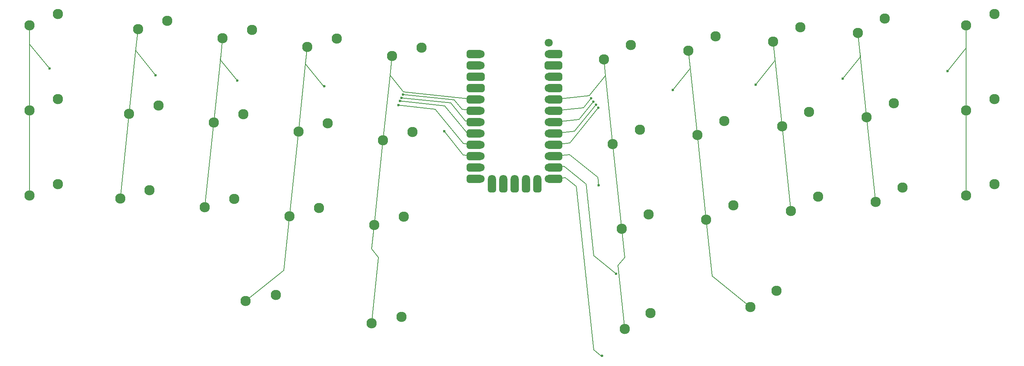
<source format=gbr>
%TF.GenerationSoftware,KiCad,Pcbnew,8.0.4*%
%TF.CreationDate,2024-12-12T17:25:20-05:00*%
%TF.ProjectId,babier-v,62616269-6572-42d7-962e-6b696361645f,rev?*%
%TF.SameCoordinates,Original*%
%TF.FileFunction,Copper,L1,Top*%
%TF.FilePolarity,Positive*%
%FSLAX46Y46*%
G04 Gerber Fmt 4.6, Leading zero omitted, Abs format (unit mm)*
G04 Created by KiCad (PCBNEW 8.0.4) date 2024-12-12 17:25:20*
%MOMM*%
%LPD*%
G01*
G04 APERTURE LIST*
G04 Aperture macros list*
%AMRoundRect*
0 Rectangle with rounded corners*
0 $1 Rounding radius*
0 $2 $3 $4 $5 $6 $7 $8 $9 X,Y pos of 4 corners*
0 Add a 4 corners polygon primitive as box body*
4,1,4,$2,$3,$4,$5,$6,$7,$8,$9,$2,$3,0*
0 Add four circle primitives for the rounded corners*
1,1,$1+$1,$2,$3*
1,1,$1+$1,$4,$5*
1,1,$1+$1,$6,$7*
1,1,$1+$1,$8,$9*
0 Add four rect primitives between the rounded corners*
20,1,$1+$1,$2,$3,$4,$5,0*
20,1,$1+$1,$4,$5,$6,$7,0*
20,1,$1+$1,$6,$7,$8,$9,0*
20,1,$1+$1,$8,$9,$2,$3,0*%
G04 Aperture macros list end*
%TA.AperFunction,ComponentPad*%
%ADD10C,2.300000*%
%TD*%
%TA.AperFunction,ComponentPad*%
%ADD11C,1.800000*%
%TD*%
%TA.AperFunction,SMDPad,CuDef*%
%ADD12RoundRect,0.450000X0.450000X-1.300000X0.450000X1.300000X-0.450000X1.300000X-0.450000X-1.300000X0*%
%TD*%
%TA.AperFunction,SMDPad,CuDef*%
%ADD13RoundRect,0.450000X-1.300000X-0.450000X1.300000X-0.450000X1.300000X0.450000X-1.300000X0.450000X0*%
%TD*%
%TA.AperFunction,ComponentPad*%
%ADD14RoundRect,0.450000X-0.450000X-0.450000X0.450000X-0.450000X0.450000X0.450000X-0.450000X0.450000X0*%
%TD*%
%TA.AperFunction,ViaPad*%
%ADD15C,0.600000*%
%TD*%
%TA.AperFunction,Conductor*%
%ADD16C,0.200000*%
%TD*%
G04 APERTURE END LIST*
D10*
%TO.P,SW7,2,2*%
%TO.N,Net-(D7-A)*%
X179837067Y-28365160D03*
%TO.P,SW7,1,1*%
%TO.N,/F5*%
X173787354Y-31555002D03*
%TD*%
%TO.P,SW26,2,2*%
%TO.N,Net-(D26-A)*%
X164873956Y-68247708D03*
%TO.P,SW26,1,1*%
%TO.N,/F4*%
X158824243Y-71437550D03*
%TD*%
%TO.P,SW23,2,2*%
%TO.N,Net-(D23-A)*%
X72155446Y-64796179D03*
%TO.P,SW23,1,1*%
%TO.N,/D4*%
X65574727Y-66658509D03*
%TD*%
%TO.P,SW28,2,2*%
%TO.N,Net-(D28-A)*%
X202765241Y-64265175D03*
%TO.P,SW28,1,1*%
%TO.N,/F6*%
X196715528Y-67455017D03*
%TD*%
%TO.P,SW8,2,2*%
%TO.N,Net-(D8-A)*%
X198782706Y-26373891D03*
%TO.P,SW8,1,1*%
%TO.N,/F6*%
X192732993Y-29563733D03*
%TD*%
%TO.P,SW15,2,2*%
%TO.N,Net-(D15-A)*%
X112037996Y-49833072D03*
%TO.P,SW15,1,1*%
%TO.N,/D1*%
X105457277Y-51695402D03*
%TD*%
%TO.P,SW5,2,2*%
%TO.N,Net-(D5-A)*%
X114029263Y-30887430D03*
%TO.P,SW5,1,1*%
%TO.N,/D1*%
X107448544Y-32749760D03*
%TD*%
%TO.P,SW1,2,2*%
%TO.N,Net-(D1-A)*%
X32699254Y-23363766D03*
%TO.P,SW1,1,1*%
%TO.N,/D7*%
X26349252Y-25903766D03*
%TD*%
%TO.P,SW24,2,2*%
%TO.N,Net-(D24-A)*%
X91101088Y-66787447D03*
%TO.P,SW24,1,1*%
%TO.N,/D0*%
X84520369Y-68649777D03*
%TD*%
%TO.P,SW6,2,2*%
%TO.N,Net-(D6-A)*%
X160891423Y-30356424D03*
%TO.P,SW6,1,1*%
%TO.N,/F4*%
X154841710Y-33546266D03*
%TD*%
%TO.P,SW25,2,2*%
%TO.N,Net-(D25-A)*%
X110046732Y-68778715D03*
%TO.P,SW25,1,1*%
%TO.N,/D1*%
X103466013Y-70641045D03*
%TD*%
%TO.P,SW33,1,1*%
%TO.N,/F4*%
X159493233Y-93946743D03*
%TO.P,SW33,2,2*%
%TO.N,Net-(D33-A)*%
X165305696Y-90342665D03*
%TD*%
%TO.P,SW22,2,2*%
%TO.N,Net-(D22-A)*%
X53209803Y-62804913D03*
%TO.P,SW22,1,1*%
%TO.N,/C6*%
X46629084Y-64667243D03*
%TD*%
%TO.P,SW17,2,2*%
%TO.N,Net-(D17-A)*%
X181828331Y-47310799D03*
%TO.P,SW17,1,1*%
%TO.N,/F5*%
X175778618Y-50500641D03*
%TD*%
%TO.P,SW32,2,2*%
%TO.N,Net-(D32-A)*%
X109565638Y-91224798D03*
%TO.P,SW32,1,1*%
%TO.N,/D1*%
X102871042Y-92623544D03*
%TD*%
%TO.P,SW29,2,2*%
%TO.N,Net-(D29-A)*%
X221710882Y-62273907D03*
%TO.P,SW29,1,1*%
%TO.N,/F7*%
X215661169Y-65463749D03*
%TD*%
D11*
%TO.P,U1,30,VBUS*%
%TO.N,unconnected-(U1-VBUS-Pad30)*%
X142474880Y-29793144D03*
D12*
%TO.P,U1,29,F0*%
%TO.N,unconnected-(U1-F0-Pad29)*%
X139934880Y-61573143D03*
D11*
X139934878Y-60273142D03*
D12*
%TO.P,U1,28,F1*%
%TO.N,unconnected-(U1-F1-Pad28)*%
X137394880Y-61573143D03*
D11*
X137394881Y-60273143D03*
D12*
%TO.P,U1,27,C7*%
%TO.N,unconnected-(U1-C7-Pad27)*%
X134854882Y-61573142D03*
D11*
X134854881Y-60273143D03*
D12*
%TO.P,U1,26,D5*%
%TO.N,unconnected-(U1-D5-Pad26)*%
X132314880Y-61573143D03*
D11*
X132314880Y-60273142D03*
D12*
%TO.P,U1,25,B7*%
%TO.N,unconnected-(U1-B7-Pad25)*%
X129774880Y-61573141D03*
D11*
X129774880Y-60273140D03*
D13*
%TO.P,U1,24,B6*%
%TO.N,/B6*%
X143774880Y-60273143D03*
D11*
X142474880Y-60273143D03*
D13*
%TO.P,U1,23,B2*%
%TO.N,/B2*%
X143774881Y-57733146D03*
D11*
X142474881Y-57733143D03*
D13*
%TO.P,U1,22,B3*%
%TO.N,/B3*%
X143774879Y-55193142D03*
D11*
X142474881Y-55193145D03*
D13*
%TO.P,U1,21,B1*%
%TO.N,/B1*%
X143774880Y-52653142D03*
D11*
X142474881Y-52653143D03*
D13*
%TO.P,U1,20,F7*%
%TO.N,/F7*%
X143774881Y-50113146D03*
D11*
X142474881Y-50113142D03*
D13*
%TO.P,U1,19,F6*%
%TO.N,/F6*%
X143774880Y-47573140D03*
D11*
X142474880Y-47573143D03*
D13*
%TO.P,U1,18,F5*%
%TO.N,/F5*%
X143774881Y-45033143D03*
D11*
X142474880Y-45033143D03*
D13*
%TO.P,U1,17,F4*%
%TO.N,/F4*%
X143774881Y-42493146D03*
D11*
X142474880Y-42493141D03*
D13*
%TO.P,U1,16,VCC*%
%TO.N,unconnected-(U1-VCC-Pad16)*%
X143774880Y-39953143D03*
D11*
X142474881Y-39953143D03*
D13*
%TO.P,U1,15,RST*%
%TO.N,unconnected-(U1-RST-Pad15)*%
X143774883Y-37413144D03*
D11*
X142474882Y-37413145D03*
D13*
%TO.P,U1,14,GND*%
%TO.N,unconnected-(U1-GND-Pad14)*%
X143774879Y-34873143D03*
D14*
X142474878Y-34873143D03*
D13*
%TO.P,U1,13,B0*%
%TO.N,unconnected-(U1-B0-Pad13)*%
X143774880Y-32333143D03*
D11*
X142474880Y-32333143D03*
%TO.P,U1,12,B5*%
%TO.N,unconnected-(U1-B5-Pad12)*%
X127234880Y-60273143D03*
D13*
X125934880Y-60273143D03*
D11*
%TO.P,U1,11,B4*%
%TO.N,unconnected-(U1-B4-Pad11)*%
X127234882Y-57733143D03*
D13*
X125934881Y-57733143D03*
D11*
%TO.P,U1,10,E6*%
%TO.N,/E6*%
X127234878Y-55193141D03*
D13*
X125934877Y-55193142D03*
D11*
%TO.P,U1,9,D7*%
%TO.N,/D7*%
X127234879Y-52653143D03*
D13*
X125934880Y-52653143D03*
D11*
%TO.P,U1,8,C6*%
%TO.N,/C6*%
X127234880Y-50113145D03*
D13*
X125934879Y-50113140D03*
D11*
%TO.P,U1,7,D4*%
%TO.N,/D4*%
X127234880Y-47573143D03*
D13*
X125934879Y-47573143D03*
D11*
%TO.P,U1,6,D0*%
%TO.N,/D0*%
X127234880Y-45033143D03*
D13*
X125934880Y-45033146D03*
D11*
%TO.P,U1,5,D1*%
%TO.N,/D1*%
X127234879Y-42493144D03*
D13*
X125934879Y-42493140D03*
D14*
%TO.P,U1,4,GND*%
%TO.N,unconnected-(U1-GND-Pad4)*%
X127234879Y-39953143D03*
D13*
X125934880Y-39953144D03*
D14*
%TO.P,U1,3,GND*%
%TO.N,unconnected-(U1-GND-Pad3)*%
X127234879Y-37413141D03*
D13*
X125934881Y-37413144D03*
D11*
%TO.P,U1,2,D2-RX*%
%TO.N,unconnected-(U1-D2-RX-Pad2)*%
X127234879Y-34873143D03*
D13*
X125934879Y-34873140D03*
D11*
%TO.P,U1,1,D3-TX*%
%TO.N,unconnected-(U1-D3-TX-Pad1)*%
X127234880Y-32333143D03*
D13*
X125934880Y-32333143D03*
%TD*%
D10*
%TO.P,SW4,2,2*%
%TO.N,Net-(D4-A)*%
X95083620Y-28896159D03*
%TO.P,SW4,1,1*%
%TO.N,/D0*%
X88502901Y-30758489D03*
%TD*%
%TO.P,SW14,2,2*%
%TO.N,Net-(D14-A)*%
X93092354Y-47841805D03*
%TO.P,SW14,1,1*%
%TO.N,/D0*%
X86511635Y-49704135D03*
%TD*%
%TO.P,SW18,2,2*%
%TO.N,Net-(D18-A)*%
X200773974Y-45319535D03*
%TO.P,SW18,1,1*%
%TO.N,/F6*%
X194724261Y-48509377D03*
%TD*%
%TO.P,SW10,2,2*%
%TO.N,Net-(D10-A)*%
X242249257Y-23363768D03*
%TO.P,SW10,1,1*%
%TO.N,/B1*%
X235899255Y-25903768D03*
%TD*%
%TO.P,SW31,2,2*%
%TO.N,Net-(D31-A)*%
X81424757Y-86262802D03*
%TO.P,SW31,1,1*%
%TO.N,/D0*%
X74730161Y-87661548D03*
%TD*%
%TO.P,SW13,2,2*%
%TO.N,Net-(D13-A)*%
X74146711Y-45850535D03*
%TO.P,SW13,1,1*%
%TO.N,/D4*%
X67565992Y-47712865D03*
%TD*%
%TO.P,SW21,2,2*%
%TO.N,Net-(D21-A)*%
X32699256Y-61463768D03*
%TO.P,SW21,1,1*%
%TO.N,/D7*%
X26349254Y-64003768D03*
%TD*%
%TO.P,SW19,2,2*%
%TO.N,Net-(D19-A)*%
X219719614Y-43328266D03*
%TO.P,SW19,1,1*%
%TO.N,/F7*%
X213669901Y-46518108D03*
%TD*%
%TO.P,SW34,1,1*%
%TO.N,/F5*%
X187634113Y-88984744D03*
%TO.P,SW34,2,2*%
%TO.N,Net-(D34-A)*%
X193446576Y-85380666D03*
%TD*%
%TO.P,SW11,2,2*%
%TO.N,Net-(D11-A)*%
X32699257Y-42413765D03*
%TO.P,SW11,1,1*%
%TO.N,/D7*%
X26349255Y-44953765D03*
%TD*%
%TO.P,SW20,2,2*%
%TO.N,Net-(D20-A)*%
X242249257Y-42413770D03*
%TO.P,SW20,1,1*%
%TO.N,/B1*%
X235899255Y-44953770D03*
%TD*%
%TO.P,SW3,2,2*%
%TO.N,Net-(D3-A)*%
X76137978Y-26904896D03*
%TO.P,SW3,1,1*%
%TO.N,/D4*%
X69557259Y-28767226D03*
%TD*%
%TO.P,SW12,2,2*%
%TO.N,Net-(D12-A)*%
X55201068Y-43859272D03*
%TO.P,SW12,1,1*%
%TO.N,/C6*%
X48620349Y-45721602D03*
%TD*%
%TO.P,SW16,2,2*%
%TO.N,Net-(D16-A)*%
X162882689Y-49302066D03*
%TO.P,SW16,1,1*%
%TO.N,/F4*%
X156832976Y-52491908D03*
%TD*%
%TO.P,SW9,2,2*%
%TO.N,Net-(D9-A)*%
X217728346Y-24382623D03*
%TO.P,SW9,1,1*%
%TO.N,/F7*%
X211678633Y-27572465D03*
%TD*%
%TO.P,SW2,2,2*%
%TO.N,Net-(D2-A)*%
X57192337Y-24913628D03*
%TO.P,SW2,1,1*%
%TO.N,/C6*%
X50611618Y-26775958D03*
%TD*%
%TO.P,SW27,2,2*%
%TO.N,Net-(D27-A)*%
X183819599Y-66256442D03*
%TO.P,SW27,1,1*%
%TO.N,/F5*%
X177769886Y-69446284D03*
%TD*%
%TO.P,SW30,2,2*%
%TO.N,Net-(D30-A)*%
X242249256Y-61463768D03*
%TO.P,SW30,1,1*%
%TO.N,/B1*%
X235899254Y-64003768D03*
%TD*%
D15*
%TO.N,/E6*%
X119120161Y-49667298D03*
%TO.N,/B6*%
X154453315Y-99953142D03*
%TO.N,/B2*%
X157586264Y-81543220D03*
%TO.N,/B3*%
X153702287Y-61715588D03*
%TO.N,/B1*%
X153639585Y-44377161D03*
X231709554Y-36171677D03*
%TO.N,/F7*%
X153063928Y-43683534D03*
X208259893Y-37882204D03*
%TO.N,/F6*%
X188788320Y-39174618D03*
X152488271Y-42989907D03*
%TO.N,/F5*%
X170311269Y-40362503D03*
X151975539Y-42289666D03*
%TO.N,/D7*%
X30855592Y-35614154D03*
X108925561Y-43819638D03*
%TO.N,/C6*%
X54580016Y-37102183D03*
X109268054Y-42874694D03*
%TO.N,/D4*%
X72808437Y-38263936D03*
X109599336Y-42146506D03*
%TO.N,/D0*%
X92280010Y-39556349D03*
X109913418Y-41410737D03*
%TD*%
D16*
%TO.N,/E6*%
X123377214Y-54924321D02*
X119120161Y-49667298D01*
X125934877Y-55193142D02*
X123377214Y-54924321D01*
%TO.N,/B6*%
X148703546Y-61989601D02*
X152544967Y-98538280D01*
X143774880Y-60273143D02*
X146261193Y-60011822D01*
X146261193Y-60011822D02*
X148703546Y-61989601D01*
X152544967Y-98538280D02*
X154310689Y-99968133D01*
X154310689Y-99968133D02*
X154453315Y-99953142D01*
%TO.N,/B2*%
X150915089Y-61505780D02*
X152596413Y-77502519D01*
X143774881Y-57733146D02*
X145971205Y-57502303D01*
X145971205Y-57502303D02*
X150915089Y-61505780D01*
X152596413Y-77502519D02*
X157586264Y-81543220D01*
%TO.N,/B3*%
X147172994Y-54835986D02*
X153519363Y-59975175D01*
X143774878Y-55193143D02*
X147172994Y-54835986D01*
X153519363Y-59975175D02*
X153702287Y-61715588D01*
%TO.N,/B1*%
X235899255Y-25903768D02*
X235899254Y-30955157D01*
X231709554Y-36171677D02*
X235903224Y-30992926D01*
%TO.N,/F6*%
X188788320Y-39174618D02*
X193173919Y-33758853D01*
%TO.N,/F5*%
X170311269Y-40362503D02*
X174207371Y-35551215D01*
%TO.N,/B1*%
X143774880Y-52653143D02*
X147232076Y-52289774D01*
X147232076Y-52289774D02*
X153639585Y-44377161D01*
%TO.N,/F7*%
X143774881Y-50113145D02*
X148237120Y-49644146D01*
X148237120Y-49644146D02*
X153063928Y-43683534D01*
%TO.N,/F6*%
X143774880Y-47573141D02*
X149242172Y-46998505D01*
X149242172Y-46998505D02*
X152488271Y-42989907D01*
%TO.N,/F5*%
X143774880Y-45033141D02*
X150310142Y-44346260D01*
X150310142Y-44346260D02*
X151975539Y-42289666D01*
%TO.N,/B1*%
X235899254Y-44953768D02*
X235899254Y-30955157D01*
%TO.N,/F7*%
X211678635Y-27572462D02*
X212112000Y-31695659D01*
X212244994Y-32961014D02*
X208259893Y-37882204D01*
X212112000Y-31695659D02*
X213669899Y-46518109D01*
%TO.N,/F6*%
X194724261Y-48509375D02*
X193140227Y-33438296D01*
X193140227Y-33438296D02*
X192732993Y-29563730D01*
%TO.N,/F5*%
X174194584Y-35429562D02*
X175778621Y-50500639D01*
X173787350Y-31555001D02*
X174194584Y-35429562D01*
%TO.N,/F4*%
X155222810Y-37172199D02*
X156832977Y-52491905D01*
X154841709Y-33546265D02*
X155222810Y-37172199D01*
X151578140Y-41672991D02*
X143774881Y-42493146D01*
X155222810Y-37172199D02*
X151578140Y-41672991D01*
%TO.N,/D7*%
X108925561Y-43819638D02*
X117130367Y-44681997D01*
X117130367Y-44681997D02*
X123360321Y-52375351D01*
X30799222Y-35608229D02*
X30855592Y-35614154D01*
X26349255Y-30112977D02*
X30799222Y-35608229D01*
X26349255Y-30112977D02*
X26349255Y-44953767D01*
X123615320Y-52409347D02*
X125934879Y-52653143D01*
X26349255Y-25903765D02*
X26349255Y-30112977D01*
X123360321Y-52375351D02*
X123608951Y-52401484D01*
%TO.N,/C6*%
X109268054Y-42874694D02*
X119245684Y-43923384D01*
X124102052Y-49920499D02*
X125934879Y-50113139D01*
X119245684Y-43923384D02*
X124102052Y-49920499D01*
X50611616Y-26775958D02*
X50156409Y-31106947D01*
X50156409Y-31106947D02*
X48620351Y-45721601D01*
X50106869Y-31578306D02*
X54580016Y-37102183D01*
%TO.N,/D4*%
X69154319Y-32600954D02*
X67565992Y-47712870D01*
X69047286Y-33619302D02*
X72808437Y-38263936D01*
X69557260Y-28767226D02*
X69154319Y-32600954D01*
X109599336Y-42146506D02*
X120559377Y-43298453D01*
X120559377Y-43298453D02*
X123842900Y-47353267D01*
X123842900Y-47353267D02*
X125934879Y-47573143D01*
%TO.N,/D0*%
X92104931Y-39537948D02*
X92280010Y-39556349D01*
X88099959Y-34592221D02*
X92104931Y-39537948D01*
X88099959Y-34592221D02*
X86511634Y-49704132D01*
X109913418Y-41410737D02*
X121370698Y-42614946D01*
X123086486Y-44733767D02*
X125934880Y-45033146D01*
X88099959Y-34592221D02*
X88502901Y-30758492D01*
%TO.N,/D1*%
X106993337Y-37080749D02*
X105457276Y-51695401D01*
X106993337Y-37080749D02*
X110021816Y-40820610D01*
X107448543Y-32749757D02*
X106993337Y-37080749D01*
X110021816Y-40820610D02*
X125934879Y-42493140D01*
%TO.N,/F5*%
X187634113Y-88984745D02*
X179096839Y-82071396D01*
X179096839Y-82071396D02*
X177769888Y-69446284D01*
%TO.N,/F4*%
X159493231Y-93946743D02*
X157998469Y-79725026D01*
X158824243Y-71437551D02*
X159500359Y-77870347D01*
%TO.N,/D1*%
X103466011Y-70641046D02*
X102903774Y-75990384D01*
X104422181Y-77865459D02*
X102871043Y-92623543D01*
%TO.N,/D0*%
X84520370Y-68649776D02*
X83247039Y-80764718D01*
X83247039Y-80764718D02*
X74730162Y-87661548D01*
%TO.N,/C6*%
X48620351Y-45721601D02*
X46629085Y-64667240D01*
%TO.N,/D4*%
X67565992Y-47712870D02*
X65574725Y-66658507D01*
%TO.N,/D0*%
X86511635Y-49704136D02*
X84520368Y-68649777D01*
%TO.N,/D1*%
X105457274Y-51695402D02*
X103466008Y-70641044D01*
%TO.N,/F4*%
X156832976Y-52491907D02*
X158824243Y-71437553D01*
%TO.N,/F5*%
X175778621Y-50500639D02*
X177769885Y-69446280D01*
%TO.N,/F6*%
X196715528Y-67455017D02*
X194724261Y-48509375D01*
%TO.N,/F7*%
X213669899Y-46518109D02*
X215661170Y-65463748D01*
%TO.N,/D7*%
X26349255Y-44953767D02*
X26349258Y-64003768D01*
%TO.N,/B1*%
X235899255Y-64003768D02*
X235899254Y-44953768D01*
%TO.N,/F7*%
X212112000Y-31695659D02*
X212244994Y-32961014D01*
%TO.N,/D0*%
X121370698Y-42614946D02*
X123086486Y-44733767D01*
%TO.N,/F4*%
X157998469Y-79725026D02*
X159500359Y-77870347D01*
%TO.N,/D1*%
X102903774Y-75990384D02*
X104422181Y-77865459D01*
%TO.N,/F4*%
X156832977Y-52491905D02*
X156832976Y-52491907D01*
%TO.N,/D1*%
X105457276Y-51695401D02*
X105457274Y-51695402D01*
%TO.N,/D0*%
X86511634Y-49704132D02*
X86511635Y-49704136D01*
X84520368Y-68649777D02*
X84520369Y-68649777D01*
%TO.N,/D4*%
X69154319Y-32600954D02*
X69047286Y-33619302D01*
%TO.N,/C6*%
X50156409Y-31106947D02*
X50106869Y-31578306D01*
%TO.N,/D7*%
X123608951Y-52401484D02*
X123615320Y-52409347D01*
%TO.N,/F5*%
X174207371Y-35551215D02*
X174194584Y-35429562D01*
%TO.N,/F6*%
X193173919Y-33758853D02*
X193140227Y-33438296D01*
%TO.N,/B1*%
X235903224Y-30992926D02*
X235899254Y-30955157D01*
%TD*%
M02*

</source>
